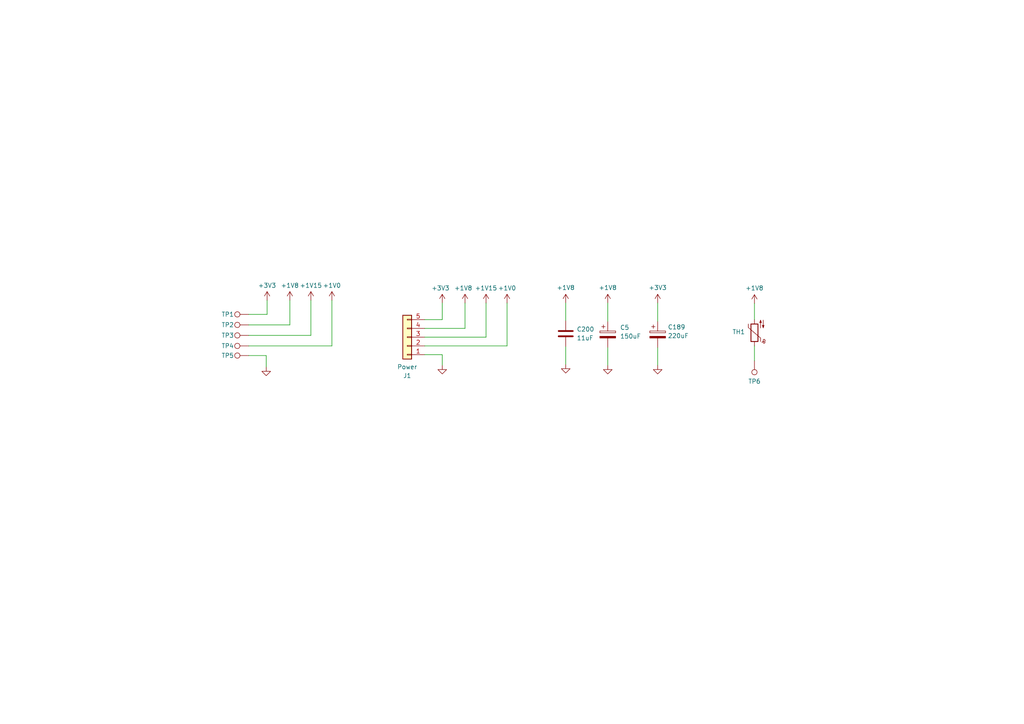
<source format=kicad_sch>
(kicad_sch (version 20231120) (generator "eeschema") (generator_version "8.0")
  (paper "A4")
  (lib_symbols
    (symbol "1v15:+1V15" (power) (pin_names (offset 0))
      (property "Value" "+1V15" (at 0 3.556 0))
      (symbol "+1V15_0_1"
        (polyline (pts (xy -0.762 1.27) (xy 0 2.54)))
        (polyline (pts (xy 0 0) (xy 0 2.54)))
        (polyline (pts (xy 0 2.54) (xy 0.762 1.27)))
      )
      (symbol "+1V15_1_1"
        (pin power_in line (at 0 0 90) (length 0) hide (name "+1V15") (number "1"))
      )
    )
    (symbol "Connector:TestPoint" (pin_numbers hide) (pin_names (offset 0.762) hide)
      (property "Reference" "TP" (at 0 6.858 0))
      (property "Value" "TestPoint" (at 0 5.08 0))
      (symbol "TestPoint_0_1"
        (circle (center 0 3.302) (radius 0.762))
      )
      (symbol "TestPoint_1_1"
        (pin passive line (at 0 0 90) (length 2.54) (name "1") (number "1"))
      )
    )
    (symbol "Connector_Generic:Conn_01x05" (pin_names (offset 1.016) hide)
      (property "Reference" "J" (at 0 7.62 0))
      (property "Value" "Conn_01x05" (at 0 -7.62 0))
      (symbol "Conn_01x05_1_1"
        (rectangle (start -1.27 -4.953) (end 0 -5.207) (stroke (width 0.1524)))
        (rectangle (start -1.27 -2.413) (end 0 -2.667) (stroke (width 0.1524)))
        (rectangle (start -1.27 0.127) (end 0 -0.127) (stroke (width 0.1524)))
        (rectangle (start -1.27 2.667) (end 0 2.413) (stroke (width 0.1524)))
        (rectangle (start -1.27 5.207) (end 0 4.953) (stroke (width 0.1524)))
        (rectangle (start -1.27 6.35) (end 1.27 -6.35) (stroke (width 0.254)) (fill (type background)))
        (pin passive line (at -5.08 5.08 0) (length 3.81) (name "Pin_1") (number "1"))
        (pin passive line (at -5.08 2.54 0) (length 3.81) (name "Pin_2") (number "2"))
        (pin passive line (at -5.08 0 0) (length 3.81) (name "Pin_3") (number "3"))
        (pin passive line (at -5.08 -2.54 0) (length 3.81) (name "Pin_4") (number "4"))
        (pin passive line (at -5.08 -5.08 0) (length 3.81) (name "Pin_5") (number "5"))
      )
    )
    (symbol "Device:C" (pin_numbers hide) (pin_names (offset 0.254))
      (property "Reference" "C" (at 0.635 2.54 0))
      (property "Value" "C" (at 0.635 -2.54 0))
      (symbol "C_0_1"
        (polyline (pts (xy -2.032 -0.762) (xy 2.032 -0.762)) (stroke (width 0.508)))
        (polyline (pts (xy -2.032 0.762) (xy 2.032 0.762)) (stroke (width 0.508)))
      )
      (symbol "C_1_1"
        (pin passive line (at 0 3.81 270) (length 2.794) (name "~") (number "1"))
        (pin passive line (at 0 -3.81 90) (length 2.794) (name "~") (number "2"))
      )
    )
    (symbol "Device:C_Polarized" (pin_numbers hide) (pin_names (offset 0.254))
      (property "Reference" "C" (at 0.635 2.54 0))
      (property "Value" "C_Polarized" (at 0.635 -2.54 0))
      (symbol "C_Polarized_0_1"
        (rectangle (start -2.286 0.508) (end 2.286 1.016))
        (polyline (pts (xy -1.778 2.286) (xy -0.762 2.286)))
        (polyline (pts (xy -1.27 2.794) (xy -1.27 1.778)))
        (rectangle (start 2.286 -0.508) (end -2.286 -1.016) (fill (type outline)))
      )
      (symbol "C_Polarized_1_1"
        (pin passive line (at 0 3.81 270) (length 2.794) (name "~") (number "1"))
        (pin passive line (at 0 -3.81 90) (length 2.794) (name "~") (number "2"))
      )
    )
    (symbol "Device:Thermistor_NTC" (pin_numbers hide) (pin_names (offset 0))
      (property "Reference" "TH" (at -4.445 0 90))
      (property "Value" "Thermistor_NTC" (at 3.175 0 90))
      (symbol "Thermistor_NTC_0_1"
        (arc (start -3.048 2.159) (mid -3.0495 2.3143) (end -3.175 2.413))
        (arc (start -3.048 2.159) (mid -2.9736 1.9794) (end -2.794 1.905))
        (arc (start -3.048 2.794) (mid -2.9736 2.6144) (end -2.794 2.54))
        (arc (start -2.794 1.905) (mid -2.6144 1.9794) (end -2.54 2.159))
        (arc (start -2.794 2.54) (mid -2.4393 2.5587) (end -2.159 2.794))
        (arc (start -2.794 3.048) (mid -2.9736 2.9736) (end -3.048 2.794))
        (arc (start -2.54 2.794) (mid -2.6144 2.9736) (end -2.794 3.048))
        (rectangle (start -1.016 2.54) (end 1.016 -2.54) (stroke (width 0.254)))
        (polyline (pts (xy -2.54 2.159) (xy -2.54 2.794)))
        (polyline (pts (xy -1.778 2.54) (xy -1.778 1.524) (xy 1.778 -1.524) (xy 1.778 -2.54)))
        (polyline (pts (xy -2.54 -3.683) (xy -2.54 -1.397) (xy -2.794 -2.159) (xy -2.286 -2.159) (xy -2.54 -1.397) (xy -2.54 -1.651)) (fill (type outline)))
        (polyline (pts (xy -1.778 -1.397) (xy -1.778 -3.683) (xy -2.032 -2.921) (xy -1.524 -2.921) (xy -1.778 -3.683) (xy -1.778 -3.429)) (fill (type outline)))
      )
      (symbol "Thermistor_NTC_1_1"
        (pin passive line (at 0 3.81 270) (length 1.27) (name "~") (number "1"))
        (pin passive line (at 0 -3.81 90) (length 1.27) (name "~") (number "2"))
      )
    )
    (symbol "power:+1V0" (power) (pin_names (offset 0))
      (property "Value" "+1V0" (at 0 3.556 0))
      (symbol "+1V0_0_1"
        (polyline (pts (xy -0.762 1.27) (xy 0 2.54)))
        (polyline (pts (xy 0 0) (xy 0 2.54)))
        (polyline (pts (xy 0 2.54) (xy 0.762 1.27)))
      )
      (symbol "+1V0_1_1"
        (pin power_in line (at 0 0 90) (length 0) hide (name "+1V0") (number "1"))
      )
    )
    (symbol "power:+1V8" (power) (pin_names (offset 0))
      (property "Value" "+1V8" (at 0 3.556 0))
      (symbol "+1V8_0_1"
        (polyline (pts (xy -0.762 1.27) (xy 0 2.54)))
        (polyline (pts (xy 0 0) (xy 0 2.54)))
        (polyline (pts (xy 0 2.54) (xy 0.762 1.27)))
      )
      (symbol "+1V8_1_1"
        (pin power_in line (at 0 0 90) (length 0) hide (name "+1V8") (number "1"))
      )
    )
    (symbol "power:+3V3" (power) (pin_names (offset 0))
      (property "Value" "+3V3" (at 0 3.556 0))
      (symbol "+3V3_0_1"
        (polyline (pts (xy -0.762 1.27) (xy 0 2.54)))
        (polyline (pts (xy 0 0) (xy 0 2.54)))
        (polyline (pts (xy 0 2.54) (xy 0.762 1.27)))
      )
      (symbol "+3V3_1_1"
        (pin power_in line (at 0 0 90) (length 0) hide (name "+3V3") (number "1"))
      )
    )
    (symbol "power:GND" (power) (pin_names (offset 0))
      (property "Value" "GND" (at 0 -3.81 0))
      (symbol "GND_0_1"
        (polyline (pts (xy 0 0) (xy 0 -1.27) (xy 1.27 -1.27) (xy 0 -2.54) (xy -1.27 -1.27) (xy 0 -1.27)))
      )
      (symbol "GND_1_1"
        (pin power_in line (at 0 0 270) (length 0) hide (name "GND") (number "1"))
      )
    )
  )
  (wire (pts (xy 218.821 104.648) (xy 218.821 100.33)))
  (wire (pts (xy 176.276 87.884) (xy 176.276 93.218)))
  (wire (pts (xy 77.216 103.124) (xy 77.216 106.426)))
  (wire (pts (xy 77.47 91.186) (xy 72.136 91.186)))
  (wire (pts (xy 147.066 100.33) (xy 147.066 87.884)))
  (wire (pts (xy 96.266 100.33) (xy 72.136 100.33)))
  (wire (pts (xy 128.27 102.87) (xy 128.27 105.918)))
  (wire (pts (xy 90.17 97.282) (xy 72.136 97.282)))
  (wire (pts (xy 164.084 100.584) (xy 164.084 105.664)))
  (wire (pts (xy 77.216 103.124) (xy 72.136 103.124)))
  (wire (pts (xy 77.47 87.122) (xy 77.47 91.186)))
  (wire (pts (xy 134.874 95.25) (xy 134.874 87.884)))
  (wire (pts (xy 84.074 87.122) (xy 84.074 94.234)))
  (wire (pts (xy 84.074 94.234) (xy 72.136 94.234)))
  (wire (pts (xy 123.19 92.71) (xy 128.27 92.71)))
  (wire (pts (xy 123.19 100.33) (xy 147.066 100.33)))
  (wire (pts (xy 140.97 87.884) (xy 140.97 97.79)))
  (wire (pts (xy 123.19 102.87) (xy 128.27 102.87)))
  (wire (pts (xy 190.754 87.884) (xy 190.754 93.218)))
  (wire (pts (xy 96.266 87.122) (xy 96.266 100.33)))
  (wire (pts (xy 123.19 95.25) (xy 134.874 95.25)))
  (wire (pts (xy 176.276 100.838) (xy 176.276 105.918)))
  (wire (pts (xy 218.821 92.71) (xy 218.821 88.011)))
  (wire (pts (xy 190.754 100.838) (xy 190.754 105.918)))
  (wire (pts (xy 90.17 87.122) (xy 90.17 97.282)))
  (wire (pts (xy 140.97 97.79) (xy 123.19 97.79)))
  (wire (pts (xy 128.27 87.884) (xy 128.27 92.71)))
  (wire (pts (xy 164.084 87.884) (xy 164.084 92.964)))
  (symbol (lib_id "Connector:TestPoint") (at 218.821 104.648 180) (unit 1)
    (property "Reference" "TP6" (at 218.821 110.617 0))
    (property "Value" "T-" (effects (hide yes)))
    (property "Footprint" "TestPoint:TestPoint_Pad_D1.0mm" (effects (hide yes)))
  )
  (symbol (lib_id "power:+3V3") (at 190.754 87.884 0) (unit 1)
    (property "Reference" "#PWR04" (effects (hide yes)))
    (property "Value" "+3V3" (at 190.754 83.439 0))
  )
  (symbol (lib_id "Connector:TestPoint") (at 72.136 103.124 90) (unit 1)
    (property "Reference" "TP5" (at 66.04 103.124 90))
    (property "Value" "GND" (effects (hide yes)))
    (property "Footprint" "project-footprints:TestPoint_Pad_3x1.0mm" (effects (hide yes)))
  )
  (symbol (lib_id "Connector:TestPoint") (at 72.136 100.33 90) (unit 1)
    (property "Reference" "TP4" (at 66.04 100.33 90))
    (property "Value" "1V0" (effects (hide yes)))
    (property "Footprint" "project-footprints:TestPoint_Pad_3x1.0mm" (effects (hide yes)))
  )
  (symbol (lib_id "power:+1V0") (at 96.266 87.122 0) (unit 1)
    (property "Reference" "#PWR08" (effects (hide yes)))
    (property "Value" "+1V0" (at 96.266 82.804 0))
  )
  (symbol (lib_id "1v15:+1V15") (at 90.17 87.122 0) (unit 1)
    (property "Reference" "#PWR02" (effects (hide yes)))
    (property "Value" "+1V15" (at 90.17 82.804 0))
  )
  (symbol (lib_id "power:GND") (at 77.216 106.426 0) (unit 1)
    (property "Reference" "#PWR0107" (effects (hide yes)))
    (property "Value" "GND" (effects (hide yes)))
  )
  (symbol (lib_id "power:+1V8") (at 84.074 87.122 0) (unit 1)
    (property "Reference" "#PWR05" (effects (hide yes)))
    (property "Value" "+1V8" (at 84.074 82.804 0))
  )
  (symbol (lib_id "Device:C_Polarized") (at 176.276 97.028 0) (unit 1)
    (property "Reference" "C5" (at 179.832 94.996 0) (effects (justify left)))
    (property "Value" "150uF" (at 179.832 97.536 0) (effects (justify left)))
    (property "Footprint" "Capacitor_Tantalum_SMD:CP_EIA-7343-20_Kemet-V" (effects (hide yes)))
  )
  (symbol (lib_id "power:+3V3") (at 77.47 87.122 0) (unit 1)
    (property "Reference" "#PWR03" (effects (hide yes)))
    (property "Value" "+3V3" (at 77.47 82.804 0))
  )
  (symbol (lib_id "power:+1V8") (at 218.821 88.011 0) (unit 1)
    (property "Reference" "#PWR01" (effects (hide yes)))
    (property "Value" "+1V8" (at 218.821 83.566 0))
  )
  (symbol (lib_id "Connector:TestPoint") (at 72.136 91.186 90) (unit 1)
    (property "Reference" "TP1" (at 66.04 91.186 90))
    (property "Value" "3V3" (effects (hide yes)))
    (property "Footprint" "project-footprints:TestPoint_Pad_1.5x1.0mm" (effects (hide yes)))
  )
  (symbol (lib_id "power:GND") (at 176.276 105.918 0) (unit 1)
    (property "Reference" "#PWR0103" (effects (hide yes)))
    (property "Value" "GND" (effects (hide yes)))
  )
  (symbol (lib_id "power:+1V8") (at 164.084 87.884 0) (unit 1)
    (property "Reference" "#PWR010" (effects (hide yes)))
    (property "Value" "+1V8" (at 164.084 83.439 0))
  )
  (symbol (lib_id "power:GND") (at 190.754 105.918 0) (unit 1)
    (property "Reference" "#PWR0102" (effects (hide yes)))
    (property "Value" "GND" (effects (hide yes)))
  )
  (symbol (lib_id "power:+1V8") (at 176.276 87.884 0) (unit 1)
    (property "Reference" "#PWR0109" (effects (hide yes)))
    (property "Value" "+1V8" (at 176.276 83.439 0))
  )
  (symbol (lib_id "power:GND") (at 164.084 105.664 0) (unit 1)
    (property "Reference" "#PWR011" (effects (hide yes)))
    (property "Value" "GND" (effects (hide yes)))
  )
  (symbol (lib_id "power:+3V3") (at 128.27 87.884 0) (unit 1)
    (property "Reference" "#PWR06" (effects (hide yes)))
    (property "Value" "+3V3" (at 127.762 83.566 0))
  )
  (symbol (lib_id "power:+1V0") (at 147.066 87.884 0) (unit 1)
    (property "Reference" "#PWR0105" (effects (hide yes)))
    (property "Value" "+1V0" (at 147.066 83.566 0))
  )
  (symbol (lib_id "Device:C") (at 164.084 96.774 0) (unit 1)
    (property "Reference" "C200" (at 167.259 95.504 0) (effects (justify left)))
    (property "Value" "11uF" (at 167.259 98.044 0) (effects (justify left)))
  )
  (symbol (lib_id "Connector:TestPoint") (at 72.136 97.282 90) (unit 1)
    (property "Reference" "TP3" (at 66.04 97.282 90))
    (property "Value" "1V15" (effects (hide yes)))
    (property "Footprint" "project-footprints:TestPoint_Pad_3x1.0mm" (effects (hide yes)))
  )
  (symbol (lib_id "Connector:TestPoint") (at 72.136 94.234 90) (unit 1)
    (property "Reference" "TP2" (at 66.04 94.234 90))
    (property "Value" "1V8" (effects (hide yes)))
    (property "Footprint" "project-footprints:TestPoint_Pad_3x1.0mm" (effects (hide yes)))
  )
  (symbol (lib_id "power:GND") (at 128.27 105.918 0) (unit 1)
    (property "Reference" "#PWR0101" (effects (hide yes)))
    (property "Value" "GND" (effects (hide yes)))
  )
  (symbol (lib_id "Connector_Generic:Conn_01x05") (at 118.11 97.79 180) (unit 1)
    (property "Reference" "J1" (at 118.11 108.966 0))
    (property "Value" "Power" (at 118.11 106.426 0))
    (property "Footprint" "project-footprints:5040500591" (effects (hide yes)))
  )
  (symbol (lib_id "power:+1V8") (at 134.874 87.884 0) (unit 1)
    (property "Reference" "#PWR07" (effects (hide yes)))
    (property "Value" "+1V8" (at 134.366 83.566 0))
  )
  (symbol (lib_id "1v15:+1V15") (at 140.97 87.884 0) (unit 1)
    (property "Reference" "#PWR09" (effects (hide yes)))
    (property "Value" "+1V15" (at 140.97 83.566 0))
  )
  (symbol (lib_id "Device:Thermistor_NTC") (at 218.821 96.52 180) (unit 1)
    (property "Reference" "TH1" (at 214.249 96.266 0))
    (property "Value" "Thermistor_NTC" (effects (hide yes)))
    (property "Footprint" "Resistor_SMD:R_0603_1608Metric" (effects (hide yes)))
  )
  (symbol (lib_id "Device:C_Polarized") (at 190.754 97.028 0) (unit 1)
    (property "Reference" "C189" (at 193.675 94.869 0) (effects (justify left)))
    (property "Value" "220uF" (at 193.675 97.409 0) (effects (justify left)))
    (property "Footprint" "Capacitor_Tantalum_SMD:CP_EIA-7343-20_Kemet-V" (effects (hide yes)))
  )
)
</source>
